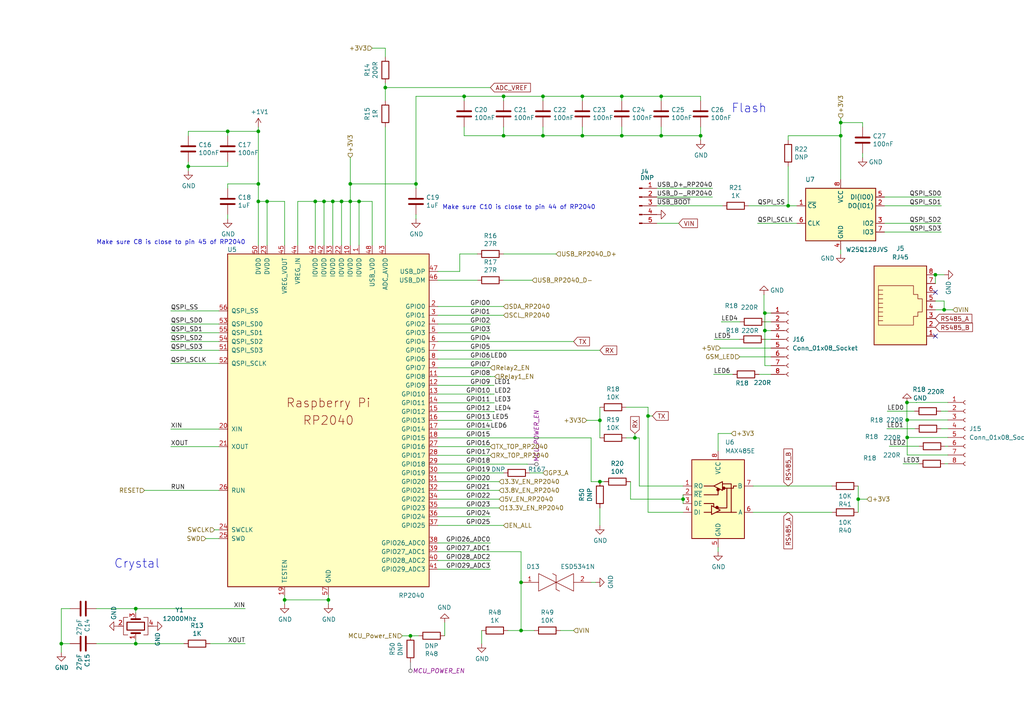
<source format=kicad_sch>
(kicad_sch (version 20230819) (generator eeschema)
  (paper "A4")
  (lib_symbols
    (symbol "Connector:Conn_01x05_Male" (pin_names (offset 1.016) hide)
      (property "Reference" "J" (at 0 7.62 0))
      (property "Value" "Conn_01x05_Male" (at 0 -7.62 0))
      (symbol "Conn_01x05_Male_1_1"
        (pin passive line (at 5.08 5.08 180) (length 3.81) (name "Pin_1") (number "1"))
        (pin passive line (at 5.08 2.54 180) (length 3.81) (name "Pin_2") (number "2"))
        (pin passive line (at 5.08 0 180) (length 3.81) (name "Pin_3") (number "3"))
        (pin passive line (at 5.08 -2.54 180) (length 3.81) (name "Pin_4") (number "4"))
        (pin passive line (at 5.08 -5.08 180) (length 3.81) (name "Pin_5") (number "5"))
      )
    )
    (symbol "Connector:Conn_01x08_Socket" (pin_names (offset 1.016) hide)
      (property "Reference" "J" (at 0 10.16 0))
      (property "Value" "Conn_01x08_Socket" (at 0 -12.7 0))
      (symbol "Conn_01x08_Socket_1_1"
        (pin passive line (at -5.08 7.62 0) (length 3.81) (name "Pin_1") (number "1"))
        (pin passive line (at -5.08 5.08 0) (length 3.81) (name "Pin_2") (number "2"))
        (pin passive line (at -5.08 2.54 0) (length 3.81) (name "Pin_3") (number "3"))
        (pin passive line (at -5.08 0 0) (length 3.81) (name "Pin_4") (number "4"))
        (pin passive line (at -5.08 -2.54 0) (length 3.81) (name "Pin_5") (number "5"))
        (pin passive line (at -5.08 -5.08 0) (length 3.81) (name "Pin_6") (number "6"))
        (pin passive line (at -5.08 -7.62 0) (length 3.81) (name "Pin_7") (number "7"))
        (pin passive line (at -5.08 -10.16 0) (length 3.81) (name "Pin_8") (number "8"))
      )
    )
    (symbol "Connector:RJ45" (pin_names (offset 1.016))
      (property "Reference" "J" (at -5.08 13.97 0))
      (property "Value" "RJ45" (at 2.54 13.97 0))
      (symbol "RJ45_1_1"
        (pin passive line (at 10.16 -7.62 180) (length 2.54) (name "~") (number "1"))
        (pin passive line (at 10.16 -5.08 180) (length 2.54) (name "~") (number "2"))
        (pin passive line (at 10.16 -2.54 180) (length 2.54) (name "~") (number "3"))
        (pin passive line (at 10.16 0 180) (length 2.54) (name "~") (number "4"))
        (pin passive line (at 10.16 2.54 180) (length 2.54) (name "~") (number "5"))
        (pin passive line (at 10.16 5.08 180) (length 2.54) (name "~") (number "6"))
        (pin passive line (at 10.16 7.62 180) (length 2.54) (name "~") (number "7"))
        (pin passive line (at 10.16 10.16 180) (length 2.54) (name "~") (number "8"))
      )
    )
    (symbol "Device:C" (pin_numbers hide) (pin_names (offset 0.254))
      (property "Reference" "C" (at 0.635 2.54 0))
      (property "Value" "C" (at 0.635 -2.54 0))
      (symbol "C_1_1"
        (pin passive line (at 0 3.81 270) (length 2.794) (name "~") (number "1"))
        (pin passive line (at 0 -3.81 90) (length 2.794) (name "~") (number "2"))
      )
    )
    (symbol "Device:Crystal_GND24" (pin_names (offset 1.016) hide)
      (property "Reference" "Y" (at 3.175 5.08 0))
      (property "Value" "Crystal_GND24" (at 3.175 3.175 0))
      (symbol "Crystal_GND24_1_1"
        (pin passive line (at -3.81 0 0) (length 1.27) (name "1") (number "1"))
        (pin passive line (at 0 5.08 270) (length 1.27) (name "2") (number "2"))
        (pin passive line (at 3.81 0 180) (length 1.27) (name "3") (number "3"))
        (pin passive line (at 0 -5.08 90) (length 1.27) (name "4") (number "4"))
      )
    )
    (symbol "Device:R" (pin_numbers hide) (pin_names (offset 0))
      (property "Reference" "R" (at 2.032 0 90))
      (property "Value" "R" (at 0 0 90))
      (symbol "R_1_1"
        (pin passive line (at 0 3.81 270) (length 1.27) (name "~") (number "1"))
        (pin passive line (at 0 -3.81 90) (length 1.27) (name "~") (number "2"))
      )
    )
    (symbol "Interface_UART:MAX485E"
      (property "Reference" "U" (at -6.096 11.43 0))
      (property "Value" "MAX485E" (at 0.762 11.43 0))
      (symbol "MAX485E_1_1"
        (pin output line (at -10.16 2.54 0) (length 2.54) (name "RO") (number "1"))
        (pin input line (at -10.16 0 0) (length 2.54) (name "~{RE}") (number "2"))
        (pin input line (at -10.16 -2.54 0) (length 2.54) (name "DE") (number "3"))
        (pin input line (at -10.16 -5.08 0) (length 2.54) (name "DI") (number "4"))
        (pin power_in line (at 0 -15.24 90) (length 2.54) (name "GND") (number "5"))
        (pin bidirectional line (at 10.16 -5.08 180) (length 2.54) (name "A") (number "6"))
        (pin bidirectional line (at 10.16 2.54 180) (length 2.54) (name "B") (number "7"))
        (pin power_in line (at 0 12.7 270) (length 2.54) (name "VCC") (number "8"))
      )
    )
    (symbol "MCU_RaspberryPi_RP2040:RP2040" (pin_names (offset 1.016))
      (property "Reference" "U" (at -29.21 49.53 0))
      (property "Value" "RP2040" (at 24.13 -49.53 0))
      (symbol "RP2040_0_0"
        (text "Raspberry Pi" (at 0 5.08 0) (effects (font (size 2.54 2.54))))
        (text "RP2040" (at 0 0 0) (effects (font (size 2.54 2.54))))
      )
      (symbol "RP2040_1_1"
        (pin power_in line (at 8.89 50.8 270) (length 2.54) (name "IOVDD") (number "1"))
        (pin power_in line (at 6.35 50.8 270) (length 2.54) (name "IOVDD") (number "10"))
        (pin bidirectional line (at 31.75 12.7 180) (length 2.54) (name "GPIO8") (number "11"))
        (pin bidirectional line (at 31.75 10.16 180) (length 2.54) (name "GPIO9") (number "12"))
        (pin bidirectional line (at 31.75 7.62 180) (length 2.54) (name "GPIO10") (number "13"))
        (pin bidirectional line (at 31.75 5.08 180) (length 2.54) (name "GPIO11") (number "14"))
        (pin bidirectional line (at 31.75 2.54 180) (length 2.54) (name "GPIO12") (number "15"))
        (pin bidirectional line (at 31.75 0 180) (length 2.54) (name "GPIO13") (number "16"))
        (pin bidirectional line (at 31.75 -2.54 180) (length 2.54) (name "GPIO14") (number "17"))
        (pin bidirectional line (at 31.75 -5.08 180) (length 2.54) (name "GPIO15") (number "18"))
        (pin passive line (at -12.7 -50.8 90) (length 2.54) (name "TESTEN") (number "19"))
        (pin bidirectional line (at 31.75 33.02 180) (length 2.54) (name "GPIO0") (number "2"))
        (pin input line (at -31.75 -2.54 0) (length 2.54) (name "XIN") (number "20"))
        (pin passive line (at -31.75 -7.62 0) (length 2.54) (name "XOUT") (number "21"))
        (pin power_in line (at 3.81 50.8 270) (length 2.54) (name "IOVDD") (number "22"))
        (pin power_in line (at -17.78 50.8 270) (length 2.54) (name "DVDD") (number "23"))
        (pin output line (at -31.75 -31.75 0) (length 2.54) (name "SWCLK") (number "24"))
        (pin bidirectional line (at -31.75 -34.29 0) (length 2.54) (name "SWD") (number "25"))
        (pin input line (at -31.75 -20.32 0) (length 2.54) (name "RUN") (number "26"))
        (pin bidirectional line (at 31.75 -7.62 180) (length 2.54) (name "GPIO16") (number "27"))
        (pin bidirectional line (at 31.75 -10.16 180) (length 2.54) (name "GPIO17") (number "28"))
        (pin bidirectional line (at 31.75 -12.7 180) (length 2.54) (name "GPIO18") (number "29"))
        (pin bidirectional line (at 31.75 30.48 180) (length 2.54) (name "GPIO1") (number "3"))
        (pin bidirectional line (at 31.75 -15.24 180) (length 2.54) (name "GPIO19") (number "30"))
        (pin bidirectional line (at 31.75 -17.78 180) (length 2.54) (name "GPIO20") (number "31"))
        (pin bidirectional line (at 31.75 -20.32 180) (length 2.54) (name "GPIO21") (number "32"))
        (pin power_in line (at 1.27 50.8 270) (length 2.54) (name "IOVDD") (number "33"))
        (pin bidirectional line (at 31.75 -22.86 180) (length 2.54) (name "GPIO22") (number "34"))
        (pin bidirectional line (at 31.75 -25.4 180) (length 2.54) (name "GPIO23") (number "35"))
        (pin bidirectional line (at 31.75 -27.94 180) (length 2.54) (name "GPIO24") (number "36"))
        (pin bidirectional line (at 31.75 -30.48 180) (length 2.54) (name "GPIO25") (number "37"))
        (pin bidirectional line (at 31.75 -35.56 180) (length 2.54) (name "GPIO26_ADC0") (number "38"))
        (pin bidirectional line (at 31.75 -38.1 180) (length 2.54) (name "GPIO27_ADC1") (number "39"))
        (pin bidirectional line (at 31.75 27.94 180) (length 2.54) (name "GPIO2") (number "4"))
        (pin bidirectional line (at 31.75 -40.64 180) (length 2.54) (name "GPIO28_ADC2") (number "40"))
        (pin bidirectional line (at 31.75 -43.18 180) (length 2.54) (name "GPIO29_ADC3") (number "41"))
        (pin power_in line (at -1.27 50.8 270) (length 2.54) (name "IOVDD") (number "42"))
        (pin power_in line (at 16.51 50.8 270) (length 2.54) (name "ADC_AVDD") (number "43"))
        (pin power_in line (at -8.89 50.8 270) (length 2.54) (name "VREG_IN") (number "44"))
        (pin power_out line (at -12.7 50.8 270) (length 2.54) (name "VREG_VOUT") (number "45"))
        (pin bidirectional line (at 31.75 40.64 180) (length 2.54) (name "USB_DM") (number "46"))
        (pin bidirectional line (at 31.75 43.18 180) (length 2.54) (name "USB_DP") (number "47"))
        (pin power_in line (at 12.7 50.8 270) (length 2.54) (name "USB_VDD") (number "48"))
        (pin power_in line (at -3.81 50.8 270) (length 2.54) (name "IOVDD") (number "49"))
        (pin bidirectional line (at 31.75 25.4 180) (length 2.54) (name "GPIO3") (number "5"))
        (pin power_in line (at -20.32 50.8 270) (length 2.54) (name "DVDD") (number "50"))
        (pin bidirectional line (at -31.75 20.32 0) (length 2.54) (name "QSPI_SD3") (number "51"))
        (pin output line (at -31.75 16.51 0) (length 2.54) (name "QSPI_SCLK") (number "52"))
        (pin bidirectional line (at -31.75 27.94 0) (length 2.54) (name "QSPI_SD0") (number "53"))
        (pin bidirectional line (at -31.75 22.86 0) (length 2.54) (name "QSPI_SD2") (number "54"))
        (pin bidirectional line (at -31.75 25.4 0) (length 2.54) (name "QSPI_SD1") (number "55"))
        (pin bidirectional line (at -31.75 31.75 0) (length 2.54) (name "QSPI_SS") (number "56"))
        (pin power_in line (at 0 -50.8 90) (length 2.54) (name "GND") (number "57"))
        (pin bidirectional line (at 31.75 22.86 180) (length 2.54) (name "GPIO4") (number "6"))
        (pin bidirectional line (at 31.75 20.32 180) (length 2.54) (name "GPIO5") (number "7"))
        (pin bidirectional line (at 31.75 17.78 180) (length 2.54) (name "GPIO6") (number "8"))
        (pin bidirectional line (at 31.75 15.24 180) (length 2.54) (name "GPIO7") (number "9"))
      )
    )
    (symbol "Memory_Flash:W25Q128JVS"
      (property "Reference" "U" (at -8.89 8.89 0))
      (property "Value" "W25Q128JVS" (at 7.62 8.89 0))
      (symbol "W25Q128JVS_1_1"
        (pin input line (at -12.7 2.54 0) (length 2.54) (name "~{CS}") (number "1"))
        (pin bidirectional line (at 12.7 2.54 180) (length 2.54) (name "DO(IO1)") (number "2"))
        (pin bidirectional line (at 12.7 -2.54 180) (length 2.54) (name "IO2") (number "3"))
        (pin power_in line (at 0 -10.16 90) (length 2.54) (name "GND") (number "4"))
        (pin bidirectional line (at 12.7 5.08 180) (length 2.54) (name "DI(IO0)") (number "5"))
        (pin input line (at -12.7 -2.54 0) (length 2.54) (name "CLK") (number "6"))
        (pin bidirectional line (at 12.7 -5.08 180) (length 2.54) (name "IO3") (number "7"))
        (pin power_in line (at 0 10.16 270) (length 2.54) (name "VCC") (number "8"))
      )
    )
    (symbol "SP0402B-ULC-01ETG:SP0402B-ULC-01ETG" (pin_names (offset 0.762))
      (property "Reference" "D" (at 12.7 8.89 0))
      (property "Value" "SP0402B-ULC-01ETG" (at 12.7 6.35 0))
      (symbol "SP0402B-ULC-01ETG_0_0"
        (pin passive line (at 0 0 0) (length 5.08) (name "~") (number "1"))
        (pin passive line (at 20.32 0 180) (length 5.08) (name "~") (number "2"))
      )
    )
    (symbol "power:+1V1" (power) (pin_names (offset 0))
      (property "Value" "+1V1" (at 0 3.556 0))
      (symbol "+1V1_1_1"
        (pin power_in line (at 0 0 90) (length 0) hide (name "+1V1") (number "1"))
      )
    )
    (symbol "power:GND" (power) (pin_names (offset 0))
      (property "Value" "GND" (at 0 -3.81 0))
      (symbol "GND_1_1"
        (pin power_in line (at 0 0 270) (length 0) hide (name "GND") (number "1"))
      )
    )
  )
  (junction (at 111.76 25.4))
  (junction (at 54.61 48.26))
  (junction (at 221.8396 90.8043))
  (junction (at 271.3007 79.6916))
  (junction (at 39.37 186.69))
  (junction (at 151.13 182.88))
  (junction (at 180.34 27.94))
  (junction (at 101.6 58.42))
  (junction (at 263.1254 126.8876))
  (junction (at 273.8407 89.8516))
  (junction (at 95.25 173.99))
  (junction (at 74.93 58.42))
  (junction (at 180.34 39.37))
  (junction (at 221.8396 95.8843))
  (junction (at 263.1254 121.8163))
  (junction (at 17.78 186.69))
  (junction (at 173.99 139.7))
  (junction (at 263.0568 116.7363))
  (junction (at 104.14 58.42))
  (junction (at 187.96 120.65))
  (junction (at 248.92 144.78))
  (junction (at 39.37 176.53))
  (junction (at 93.98 58.42))
  (junction (at 151.13 168.91))
  (junction (at 96.52 58.42))
  (junction (at 82.55 173.99))
  (junction (at 74.93 38.1))
  (junction (at 91.44 58.42))
  (junction (at 168.91 39.37))
  (junction (at 101.6 53.34))
  (junction (at 198.12 144.78))
  (junction (at 134.62 27.94))
  (junction (at 157.48 27.94))
  (junction (at 228.6 59.69))
  (junction (at 66.04 38.1))
  (junction (at 74.93 53.34))
  (junction (at 99.06 58.42))
  (junction (at 191.77 39.37))
  (junction (at 173.99 121.92))
  (junction (at 120.65 53.34))
  (junction (at 191.77 27.94))
  (junction (at 168.91 27.94))
  (junction (at 77.47 58.42))
  (junction (at 119.0481 184.4174))
  (junction (at 146.05 27.94))
  (junction (at 157.48 39.37))
  (junction (at 184.15 127))
  (junction (at 243.84 39.37))
  (junction (at 243.84 35.56))
  (junction (at 203.2 39.37))
  (junction (at 146.05 39.37))
  (no_connect (at 271.3007 97.4716))
  (no_connect (at 271.3007 84.7716))
  (wire (pts (xy 111.76 36.83) (xy 111.76 71.12)))
  (wire (pts (xy 49.53 124.46) (xy 63.5 124.46)))
  (wire (pts (xy 59.69 156.21) (xy 63.5 156.21)))
  (wire (pts (xy 191.77 39.37) (xy 203.2 39.37)))
  (wire (pts (xy 66.04 53.34) (xy 74.93 53.34)))
  (wire (pts (xy 127 160.02) (xy 151.13 160.02)))
  (wire (pts (xy 191.77 27.94) (xy 203.2 27.94)))
  (wire (pts (xy 143.1694 119.3787) (xy 143.1694 119.38)))
  (wire (pts (xy 101.6 58.42) (xy 104.14 58.42)))
  (wire (pts (xy 180.34 27.94) (xy 191.77 27.94)))
  (wire (pts (xy 142.24 114.3018) (xy 142.24 114.3)))
  (wire (pts (xy 143.4165 119.3774) (xy 143.4234 119.3787)))
  (wire (pts (xy 221.8396 90.8043) (xy 221.8396 95.8843)))
  (wire (pts (xy 142.24 109.2128) (xy 142.24 109.22)))
  (wire (pts (xy 82.55 173.99) (xy 95.25 173.99)))
  (wire (pts (xy 142.24 116.8403) (xy 142.24 116.84)))
  (wire (pts (xy 143.3631 116.8403) (xy 142.24 116.8403)))
  (wire (pts (xy 180.34 39.37) (xy 168.91 39.37)))
  (wire (pts (xy 127 149.86) (xy 142.24 149.86)))
  (wire (pts (xy 39.37 186.69) (xy 53.34 186.69)))
  (wire (pts (xy 142.6874 121.92) (xy 127 121.92)))
  (wire (pts (xy 191.77 29.21) (xy 191.77 27.94)))
  (wire (pts (xy 86.36 58.42) (xy 91.44 58.42)))
  (wire (pts (xy 116.6774 184.4174) (xy 119.0481 184.4174)))
  (wire (pts (xy 146.05 27.94) (xy 157.48 27.94)))
  (wire (pts (xy 207.0067 108.5843) (xy 212.5516 108.5843)))
  (wire (pts (xy 54.61 46.99) (xy 54.61 48.26)))
  (wire (pts (xy 228.6 48.26) (xy 228.6 59.69)))
  (wire (pts (xy 127 142.24) (xy 144.78 142.24)))
  (wire (pts (xy 127 104.14) (xy 142.24 104.14)))
  (wire (pts (xy 95.25 173.99) (xy 95.25 175.26)))
  (wire (pts (xy 111.76 13.97) (xy 107.95 13.97)))
  (wire (pts (xy 271.3007 79.6916) (xy 271.3007 82.2316)))
  (wire (pts (xy 184.15 125.73) (xy 184.15 127)))
  (wire (pts (xy 272.8769 119.2612) (xy 274.3404 119.2612)))
  (wire (pts (xy 185.42 140.97) (xy 185.42 127)))
  (wire (pts (xy 127 106.68) (xy 142.24 106.68)))
  (wire (pts (xy 27.94 176.53) (xy 39.37 176.53)))
  (wire (pts (xy 120.65 27.94) (xy 120.65 53.34)))
  (wire (pts (xy 143.3159 111.7647) (xy 142.24 111.7647)))
  (wire (pts (xy 101.6 53.34) (xy 101.6 58.42)))
  (wire (pts (xy 153.67 137.16) (xy 157.48 137.16)))
  (wire (pts (xy 208.9282 100.9521) (xy 208.9282 100.9643)))
  (wire (pts (xy 274.9191 116.7276) (xy 265.8174 116.7276)))
  (wire (pts (xy 60.96 186.69) (xy 71.12 186.69)))
  (wire (pts (xy 274.137 129.4276) (xy 274.9191 129.4276)))
  (wire (pts (xy 127 96.52) (xy 142.24 96.52)))
  (wire (pts (xy 207.1393 98.4253) (xy 207.1393 98.4243)))
  (wire (pts (xy 93.98 58.42) (xy 96.52 58.42)))
  (wire (pts (xy 223.6347 95.8843) (xy 221.8396 95.8843)))
  (wire (pts (xy 212.09 125.73) (xy 208.28 125.73)))
  (wire (pts (xy 157.48 27.94) (xy 168.91 27.94)))
  (wire (pts (xy 248.92 144.78) (xy 248.92 148.59)))
  (wire (pts (xy 66.04 54.61) (xy 66.04 53.34)))
  (wire (pts (xy 74.93 53.34) (xy 74.93 58.42)))
  (wire (pts (xy 20.32 176.53) (xy 17.78 176.53)))
  (wire (pts (xy 273.8407 89.8516) (xy 271.3007 89.8516)))
  (wire (pts (xy 203.2 36.83) (xy 203.2 39.37)))
  (wire (pts (xy 99.06 71.12) (xy 99.06 58.42)))
  (wire (pts (xy 142.24 124.4539) (xy 142.24 124.46)))
  (wire (pts (xy 127 144.78) (xy 144.78 144.78)))
  (wire (pts (xy 263.0381 116.7363) (xy 263.0381 121.8163)))
  (wire (pts (xy 127 127) (xy 171.45 127)))
  (wire (pts (xy 180.34 29.21) (xy 180.34 27.94)))
  (wire (pts (xy 171.45 139.7) (xy 173.99 139.7)))
  (wire (pts (xy 146.05 39.37) (xy 134.62 39.37)))
  (wire (pts (xy 221.8396 95.8843) (xy 221.8396 106.0443)))
  (wire (pts (xy 111.76 16.51) (xy 111.76 13.97)))
  (wire (pts (xy 221.8396 106.0443) (xy 223.6347 106.0443)))
  (wire (pts (xy 143.1694 119.38) (xy 127 119.38)))
  (wire (pts (xy 63.5 90.17) (xy 49.53 90.17)))
  (wire (pts (xy 274.9191 131.9676) (xy 263.1254 131.9676)))
  (wire (pts (xy 111.76 25.4) (xy 142.24 25.4)))
  (wire (pts (xy 207.0067 108.5876) (xy 207.0067 108.5843)))
  (wire (pts (xy 111.76 25.4) (xy 111.76 24.13)))
  (wire (pts (xy 198.12 144.78) (xy 198.12 146.05)))
  (wire (pts (xy 273.8407 89.8516) (xy 276.3807 89.8516)))
  (wire (pts (xy 222.2145 93.3443) (xy 223.6347 93.3443)))
  (wire (pts (xy 208.28 158.75) (xy 208.28 160.02)))
  (wire (pts (xy 209.4507 93.3443) (xy 214.5945 93.3443)))
  (wire (pts (xy 66.04 39.37) (xy 66.04 38.1)))
  (wire (pts (xy 77.47 58.42) (xy 74.93 58.42)))
  (wire (pts (xy 146.05 36.83) (xy 146.05 39.37)))
  (wire (pts (xy 49.53 96.52) (xy 63.5 96.52)))
  (wire (pts (xy 256.54 67.31) (xy 273.05 67.31)))
  (wire (pts (xy 203.2 39.37) (xy 203.2 40.64)))
  (wire (pts (xy 134.62 27.94) (xy 146.05 27.94)))
  (wire (pts (xy 127 81.28) (xy 138.43 81.28)))
  (wire (pts (xy 74.93 58.42) (xy 74.93 71.12)))
  (wire (pts (xy 274.3404 119.2676) (xy 274.9191 119.2676)))
  (wire (pts (xy 127 114.3) (xy 142.24 114.3)))
  (wire (pts (xy 127 162.56) (xy 142.24 162.56)))
  (wire (pts (xy 127 147.32) (xy 144.78 147.32)))
  (wire (pts (xy 180.34 36.83) (xy 180.34 39.37)))
  (wire (pts (xy 107.95 71.12) (xy 107.95 58.42)))
  (wire (pts (xy 134.62 27.94) (xy 120.65 27.94)))
  (wire (pts (xy 168.91 29.21) (xy 168.91 27.94)))
  (wire (pts (xy 146.05 73.66) (xy 161.29 73.66)))
  (wire (pts (xy 203.2 29.21) (xy 203.2 27.94)))
  (wire (pts (xy 221.586 85.4822) (xy 221.586 90.8043)))
  (wire (pts (xy 120.65 62.23) (xy 120.65 63.5)))
  (wire (pts (xy 101.6 53.34) (xy 101.6 45.72)))
  (wire (pts (xy 49.53 101.6) (xy 63.5 101.6)))
  (wire (pts (xy 218.44 140.97) (xy 241.3 140.97)))
  (wire (pts (xy 120.2138 184.4174) (xy 120.2138 184.3979)))
  (wire (pts (xy 184.15 127) (xy 181.61 127)))
  (wire (pts (xy 77.47 71.12) (xy 77.47 58.42)))
  (wire (pts (xy 209.55 59.69) (xy 190.5 59.69)))
  (wire (pts (xy 20.32 186.69) (xy 17.78 186.69)))
  (wire (pts (xy 120.2138 184.3979) (xy 121.3665 184.3979)))
  (wire (pts (xy 127 99.06) (xy 166.37 99.06)))
  (wire (pts (xy 49.53 99.06) (xy 63.5 99.06)))
  (wire (pts (xy 152.8037 134.62) (xy 127 134.62)))
  (wire (pts (xy 127 91.44) (xy 146.05 91.44)))
  (wire (pts (xy 166.37 182.88) (xy 162.56 182.88)))
  (wire (pts (xy 127 88.9) (xy 146.05 88.9)))
  (wire (pts (xy 82.55 71.12) (xy 82.55 58.42)))
  (wire (pts (xy 208.9282 100.9643) (xy 223.6347 100.9643)))
  (wire (pts (xy 101.6 53.34) (xy 120.65 53.34)))
  (wire (pts (xy 191.77 36.83) (xy 191.77 39.37)))
  (wire (pts (xy 223.6347 90.8043) (xy 221.8396 90.8043)))
  (wire (pts (xy 228.6 39.37) (xy 243.84 39.37)))
  (wire (pts (xy 187.96 120.65) (xy 189.23 120.65)))
  (wire (pts (xy 173.99 121.92) (xy 173.99 127)))
  (wire (pts (xy 265.8174 116.7363) (xy 263.0568 116.7363)))
  (wire (pts (xy 147.32 182.88) (xy 151.13 182.88)))
  (wire (pts (xy 214.5582 103.477) (xy 214.5582 103.5043)))
  (wire (pts (xy 104.14 58.42) (xy 104.14 71.12)))
  (wire (pts (xy 217.17 59.69) (xy 228.6 59.69)))
  (wire (pts (xy 263.1254 121.8163) (xy 263.1254 126.8876)))
  (wire (pts (xy 63.5 129.54) (xy 49.53 129.54)))
  (wire (pts (xy 257.3361 119.2612) (xy 265.2569 119.2612)))
  (wire (pts (xy 104.14 58.42) (xy 107.95 58.42)))
  (wire (pts (xy 190.5 54.61) (xy 206.6838 54.61)))
  (wire (pts (xy 111.76 25.4) (xy 111.76 29.21)))
  (wire (pts (xy 263.0568 116.7363) (xy 263.0381 116.7363)))
  (wire (pts (xy 86.36 71.12) (xy 86.36 58.42)))
  (wire (pts (xy 74.93 36.83) (xy 74.93 38.1)))
  (wire (pts (xy 142.24 111.7647) (xy 142.24 111.76)))
  (wire (pts (xy 198.12 140.97) (xy 185.42 140.97)))
  (wire (pts (xy 243.84 39.37) (xy 243.84 52.07)))
  (wire (pts (xy 172.72 168.91) (xy 171.45 168.91)))
  (wire (pts (xy 127 116.84) (xy 142.24 116.84)))
  (wire (pts (xy 54.61 48.26) (xy 54.61 49.53)))
  (wire (pts (xy 187.96 120.65) (xy 187.96 118.11)))
  (wire (pts (xy 74.93 38.1) (xy 74.93 53.34)))
  (wire (pts (xy 187.96 118.11) (xy 181.61 118.11)))
  (wire (pts (xy 272.9551 124.3476) (xy 274.9191 124.3476)))
  (wire (pts (xy 198.12 148.59) (xy 187.96 148.59)))
  (wire (pts (xy 151.13 168.91) (xy 151.13 182.88)))
  (wire (pts (xy 170.18 121.92) (xy 173.99 121.92)))
  (wire (pts (xy 273.8407 87.3116) (xy 271.3007 87.3116)))
  (wire (pts (xy 173.99 139.7) (xy 175.26 139.7)))
  (wire (pts (xy 127 139.7) (xy 144.78 139.7)))
  (wire (pts (xy 133.35 73.66) (xy 138.43 73.66)))
  (wire (pts (xy 82.55 172.72) (xy 82.55 173.99)))
  (wire (pts (xy 221.586 90.8043) (xy 221.8396 90.8043)))
  (wire (pts (xy 82.55 173.99) (xy 82.55 175.26)))
  (wire (pts (xy 17.78 186.69) (xy 17.78 189.23)))
  (wire (pts (xy 182.88 144.78) (xy 182.88 139.7)))
  (wire (pts (xy 127 132.08) (xy 142.24 132.08)))
  (wire (pts (xy 127 157.48) (xy 142.24 157.48)))
  (wire (pts (xy 187.96 148.59) (xy 187.96 120.65)))
  (wire (pts (xy 152.8037 134.6338) (xy 152.8037 134.62)))
  (wire (pts (xy 134.62 36.83) (xy 134.62 39.37)))
  (wire (pts (xy 143.3693 114.3018) (xy 142.24 114.3018)))
  (wire (pts (xy 146.05 29.21) (xy 146.05 27.94)))
  (wire (pts (xy 139.7 186.69) (xy 139.7 182.88)))
  (wire (pts (xy 63.5 105.41) (xy 49.53 105.41)))
  (wire (pts (xy 27.94 186.69) (xy 39.37 186.69)))
  (wire (pts (xy 95.25 172.72) (xy 95.25 173.99)))
  (wire (pts (xy 17.78 176.53) (xy 17.78 186.69)))
  (wire (pts (xy 191.77 39.37) (xy 180.34 39.37)))
  (wire (pts (xy 99.06 58.42) (xy 101.6 58.42)))
  (wire (pts (xy 185.42 127) (xy 184.15 127)))
  (wire (pts (xy 66.04 38.1) (xy 74.93 38.1)))
  (wire (pts (xy 198.12 144.78) (xy 182.88 144.78)))
  (wire (pts (xy 228.6 40.64) (xy 228.6 39.37)))
  (wire (pts (xy 256.54 59.69) (xy 273.05 59.69)))
  (wire (pts (xy 127 152.4) (xy 146.05 152.4)))
  (wire (pts (xy 96.52 71.12) (xy 96.52 58.42)))
  (wire (pts (xy 250.19 44.45) (xy 250.19 45.72)))
  (wire (pts (xy 133.35 73.66) (xy 133.35 78.74)))
  (wire (pts (xy 256.54 57.15) (xy 273.05 57.15)))
  (wire (pts (xy 248.92 140.97) (xy 248.92 144.78)))
  (wire (pts (xy 261.92 134.5076) (xy 266.4376 134.5076)))
  (wire (pts (xy 41.91 142.24) (xy 63.5 142.24)))
  (wire (pts (xy 173.99 152.4) (xy 173.99 147.32)))
  (wire (pts (xy 152.8037 134.6338) (xy 153.0577 134.6338)))
  (wire (pts (xy 263.1254 126.8876) (xy 263.1254 131.9676)))
  (wire (pts (xy 128.9865 180.5879) (xy 128.9865 184.3979)))
  (wire (pts (xy 273.8407 89.8516) (xy 273.8407 87.3116)))
  (wire (pts (xy 127 93.98) (xy 142.24 93.98)))
  (wire (pts (xy 134.62 29.21) (xy 134.62 27.94)))
  (wire (pts (xy 49.53 93.98) (xy 63.5 93.98)))
  (wire (pts (xy 274.0576 134.5076) (xy 274.9191 134.5076)))
  (wire (pts (xy 273.8407 79.6916) (xy 271.3007 79.6916)))
  (wire (pts (xy 257.238 124.3476) (xy 265.3351 124.3476)))
  (wire (pts (xy 127 109.22) (xy 142.24 109.22)))
  (wire (pts (xy 157.48 39.37) (xy 146.05 39.37)))
  (wire (pts (xy 257.9018 129.4276) (xy 266.517 129.4276)))
  (wire (pts (xy 54.61 38.1) (xy 66.04 38.1)))
  (wire (pts (xy 157.48 36.83) (xy 157.48 39.37)))
  (wire (pts (xy 127 129.54) (xy 142.24 129.54)))
  (wire (pts (xy 119.0481 184.4174) (xy 120.2138 184.4174)))
  (wire (pts (xy 54.61 48.26) (xy 66.04 48.26)))
  (wire (pts (xy 127 111.76) (xy 142.24 111.76)))
  (wire (pts (xy 91.44 71.12) (xy 91.44 58.42)))
  (wire (pts (xy 93.98 71.12) (xy 93.98 58.42)))
  (wire (pts (xy 62.23 153.67) (xy 63.5 153.67)))
  (wire (pts (xy 243.84 35.56) (xy 243.84 39.37)))
  (wire (pts (xy 82.55 58.42) (xy 77.47 58.42)))
  (wire (pts (xy 173.99 118.11) (xy 173.99 121.92)))
  (wire (pts (xy 127 78.74) (xy 133.35 78.74)))
  (wire (pts (xy 171.45 139.7) (xy 171.45 127)))
  (wire (pts (xy 143.4918 109.2128) (xy 142.24 109.2128)))
  (wire (pts (xy 274.9191 126.8876) (xy 263.1254 126.8876)))
  (wire (pts (xy 168.91 39.37) (xy 157.48 39.37)))
  (wire (pts (xy 66.04 48.26) (xy 66.04 46.99)))
  (wire (pts (xy 222.0746 98.4243) (xy 223.6347 98.4243)))
  (wire (pts (xy 243.84 34.29) (xy 243.84 35.56)))
  (wire (pts (xy 219.71 64.77) (xy 231.14 64.77)))
  (wire (pts (xy 127 124.46) (xy 142.24 124.46)))
  (wire (pts (xy 228.6 59.69) (xy 231.14 59.69)))
  (wire (pts (xy 243.84 72.39) (xy 243.84 73.66)))
  (wire (pts (xy 250.19 36.83) (xy 250.19 35.56)))
  (wire (pts (xy 274.3404 119.2612) (xy 274.3404 119.2676)))
  (wire (pts (xy 196.85 64.77) (xy 190.5 64.77)))
  (wire (pts (xy 151.13 182.88) (xy 154.94 182.88)))
  (wire (pts (xy 207.1393 98.4243) (xy 214.4546 98.4243)))
  (wire (pts (xy 66.04 62.23) (xy 66.04 63.5)))
  (wire (pts (xy 263.0381 121.8163) (xy 263.1254 121.8163)))
  (wire (pts (xy 263.1254 121.8076) (xy 263.1254 121.8163)))
  (wire (pts (xy 220.1716 108.5843) (xy 223.6347 108.5843)))
  (wire (pts (xy 265.8174 116.7276) (xy 265.8174 116.7363)))
  (wire (pts (xy 218.44 148.59) (xy 241.3 148.59)))
  (wire (pts (xy 39.37 177.8) (xy 39.37 176.53)))
  (wire (pts (xy 101.6 71.12) (xy 101.6 58.42)))
  (wire (pts (xy 39.37 176.53) (xy 71.12 176.53)))
  (wire (pts (xy 263.1254 121.8076) (xy 274.9191 121.8076)))
  (wire (pts (xy 39.37 185.42) (xy 39.37 186.69)))
  (wire (pts (xy 143.1694 119.3787) (xy 143.4165 119.3774)))
  (wire (pts (xy 214.5582 103.5043) (xy 223.6347 103.5043)))
  (wire (pts (xy 256.54 64.77) (xy 273.05 64.77)))
  (wire (pts (xy 198.12 143.51) (xy 198.12 144.78)))
  (wire (pts (xy 146.05 81.28) (xy 154.3348 81.28)))
  (wire (pts (xy 120.65 54.61) (xy 120.65 53.34)))
  (wire (pts (xy 251.46 144.78) (xy 248.92 144.78)))
  (wire (pts (xy 127 165.1) (xy 142.24 165.1)))
  (wire (pts (xy 168.91 27.94) (xy 180.34 27.94)))
  (wire (pts (xy 209.4507 93.3472) (xy 209.4507 93.3443)))
  (wire (pts (xy 91.44 58.42) (xy 93.98 58.42)))
  (wire (pts (xy 127 101.6) (xy 173.99 101.6)))
  (wire (pts (xy 96.52 58.42) (xy 99.06 58.42)))
  (wire (pts (xy 250.19 35.56) (xy 243.84 35.56)))
  (wire (pts (xy 157.48 29.21) (xy 157.48 27.94)))
  (wire (pts (xy 190.5 57.15) (xy 206.6613 57.15)))
  (wire (pts (xy 168.91 36.83) (xy 168.91 39.37)))
  (wire (pts (xy 54.61 39.37) (xy 54.61 38.1)))
  (wire (pts (xy 208.28 125.73) (xy 208.28 130.81)))
  (wire (pts (xy 209.1967 93.3472) (xy 209.4507 93.3472)))
  (wire (pts (xy 151.13 160.02) (xy 151.13 168.91)))
  (wire (pts (xy 127 137.16) (xy 146.05 137.16)))
  (text "Make sure C8 is close to pin 45 of RP2040" (at 27.94 71.12 0) (effects (font (size 1.27 1.27)) (justify left bottom)))
  (text "Make sure C10 is close to pin 44 of RP2040" (at 128.27 60.96 0) (effects (font (size 1.27 1.27)) (justify left bottom)))
  (text "Flash" (at 212.09 33.02 0) (effects (font (size 2.54 2.54)) (justify left bottom)))
  (text "Crystal" (at 33.02 165.1 0) (effects (font (size 2.54 2.54)) (justify left bottom)))
  (label "LED3" (at 261.92 134.5076 0))
  (label "GPIO22" (at 142.24 144.78 180))
  (label "GPIO17" (at 142.24 132.08 180))
  (label "GPIO9" (at 142.24 111.7647 180))
  (label "XIN" (at 71.12 176.53 180))
  (label "LED3" (at 143.3631 116.8403 0))
  (label "GPIO5" (at 142.24 101.6 180))
  (label "GPIO15" (at 142.24 127 180))
  (label "LED4" (at 143.4234 119.3787 0))
  (label "QSPI_SD0" (at 49.53 93.98 0))
  (label "GPIO18" (at 142.24 134.62 180))
  (label "LED2" (at 143.3693 114.3018 0))
  (label "GPIO26_ADC0" (at 142.24 157.48 180))
  (label "GPIO24" (at 142.24 149.86 180))
  (label "QSPI_SD2" (at 49.53 99.06 0))
  (label "GPIO27_ADC1" (at 142.24 160.02 180))
  (label "QSPI_SCLK" (at 219.71 64.77 0))
  (label "LED6" (at 142.24 124.46 0))
  (label "GPIO7" (at 142.24 106.68 180))
  (label "GPIO14" (at 142.24 124.4539 180))
  (label "GPIO3" (at 142.24 96.52 180))
  (label "LED0" (at 142.24 104.14 0))
  (label "GPIO0" (at 142.24 88.9 180))
  (label "LED1" (at 257.238 124.3476 0))
  (label "QSPI_SD3" (at 273.05 67.31 180))
  (label "GPIO11" (at 142.24 116.8403 180))
  (label "LED6" (at 207.0067 108.5876 0))
  (label "QSPI_SD0" (at 273.05 57.15 180))
  (label "USB_D-_RP2040" (at 206.6613 57.15 180))
  (label "GPIO4" (at 142.24 99.06 180))
  (label "LED5" (at 142.6874 121.92 0))
  (label "GPIO20" (at 142.24 139.7 180))
  (label "~{USB_BOOT}" (at 190.5 59.69 0))
  (label "GPIO13" (at 142.24 121.92 180))
  (label "LED0" (at 257.3361 119.2612 0))
  (label "GPIO12" (at 142.24 119.38 180))
  (label "GPIO6" (at 142.24 104.14 180))
  (label "LED5" (at 207.1393 98.4253 0))
  (label "GPIO29_ADC3" (at 142.24 165.1 180))
  (label "GPIO1" (at 142.24 91.44 180))
  (label "GPIO28_ADC2" (at 142.24 162.56 180))
  (label "QSPI_SCLK" (at 49.53 105.41 0))
  (label "QSPI_SS" (at 49.53 90.17 0))
  (label "GPIO23" (at 142.24 147.32 180))
  (label "QSPI_SD3" (at 49.53 101.6 0))
  (label "USB_D+_RP2040" (at 206.6838 54.61 180))
  (label "LED2" (at 257.9018 129.4276 0))
  (label "LED1" (at 143.3159 111.7647 0))
  (label "RUN" (at 49.53 142.24 0))
  (label "GPIO19" (at 142.24 137.16 180))
  (label "GPIO10" (at 142.24 114.3 180))
  (label "QSPI_SD1" (at 273.05 59.69 180))
  (label "QSPI_SD2" (at 273.05 64.77 180))
  (label "GPIO16" (at 142.24 129.54 180))
  (label "XOUT" (at 49.53 129.54 0))
  (label "QSPI_SD1" (at 49.53 96.52 0))
  (label "GPIO8" (at 142.24 109.2128 180))
  (label "XOUT" (at 71.12 186.69 180))
  (label "GPIO25" (at 142.24 152.4 180))
  (label "QSPI_SS" (at 219.71 59.69 0))
  (label "XIN" (at 49.53 124.46 0))
  (label "LED4" (at 209.1967 93.3472 0))
  (label "GPIO21" (at 142.24 142.24 180))
  (label "GPIO2" (at 142.24 93.98 180))
  (global_label "RS485_B" (shape input) (at 271.3007 94.9316 0) (property "Intersheetrefs" "${INTERSHEET_REFS}" (effects hide)))
  (global_label "ADC_VREF" (shape input) (at 142.24 25.4 0) (property "Intersheetrefs" "${INTERSHEET_REFS}" (effects hide)))
  (global_label "RS485_A" (shape input) (at 228.6 148.59 270) (property "Intersheetrefs" "${INTERSHEET_REFS}" (effects hide)))
  (global_label "RX" (shape input) (at 173.99 101.6 0) (property "Intersheetrefs" "${INTERSHEET_REFS}" (effects hide)))
  (global_label "RS485_B" (shape input) (at 228.6 140.97 90) (property "Intersheetrefs" "${INTERSHEET_REFS}" (effects hide)))
  (global_label "TX" (shape input) (at 189.23 120.65 0) (property "Intersheetrefs" "${INTERSHEET_REFS}" (effects hide)))
  (global_label "RX" (shape input) (at 184.15 125.73 90) (property "Intersheetrefs" "${INTERSHEET_REFS}" (effects hide)))
  (global_label "VIN" (shape input) (at 196.85 64.77 0) (property "Intersheetrefs" "${INTERSHEET_REFS}" (effects hide)))
  (global_label "TX" (shape input) (at 166.37 99.06 0) (property "Intersheetrefs" "${INTERSHEET_REFS}" (effects hide)))
  (global_label "RS485_A" (shape input) (at 271.3007 92.3916 0) (property "Intersheetrefs" "${INTERSHEET_REFS}" (effects hide)))
  (hierarchical_label "GP3_A" (shape input) (at 157.48 137.16 0))
  (hierarchical_label "EN_ALL" (shape input) (at 146.05 152.4 0))
  (hierarchical_label "+3V3" (shape input) (at 101.6 45.72 90))
  (hierarchical_label "+3V3" (shape input) (at 212.09 125.73 0))
  (hierarchical_label "MCU_Power_EN" (shape input) (at 116.6774 184.4174 180))
  (hierarchical_label "SCL_RP2040" (shape input) (at 146.05 91.44 0))
  (hierarchical_label "+3V3" (shape input) (at 107.95 13.97 180))
  (hierarchical_label "SDA_RP2040" (shape input) (at 146.05 88.9 0))
  (hierarchical_label "VIN" (shape input) (at 276.3807 89.8516 0))
  (hierarchical_label "SWCLK" (shape input) (at 62.23 153.67 180))
  (hierarchical_label "USB_RP2040_D-" (shape input) (at 154.3348 81.28 0))
  (hierarchical_label "Relay2_EN" (shape input) (at 142.24 106.68 0))
  (hierarchical_label "VIN" (shape input) (at 166.37 182.88 0))
  (hierarchical_label "RX_TOP_RP2040" (shape input) (at 142.24 132.08 0))
  (hierarchical_label "5V_EN_RP2040" (shape input) (at 144.78 144.78 0))
  (hierarchical_label "+3V3" (shape input) (at 170.18 121.92 180))
  (hierarchical_label "13.3V_EN_RP2040" (shape input) (at 144.78 147.32 0))
  (hierarchical_label "USB_RP2040_D+" (shape input) (at 161.29 73.66 0))
  (hierarchical_label "3.3V_EN_RP2040" (shape input) (at 144.78 139.7 0))
  (hierarchical_label "3.8V_EN_RP2040" (shape input) (at 144.78 142.24 0))
  (hierarchical_label "+3V3" (shape input) (at 251.46 144.78 0))
  (hierarchical_label "TX_TOP_RP2040" (shape input) (at 142.24 129.54 0))
  (hierarchical_label "SWD" (shape input) (at 59.69 156.21 180))
  (hierarchical_label "GSM_LED" (shape input) (at 214.5582 103.477 180))
  (hierarchical_label "+5V" (shape input) (at 208.9282 100.9521 180))
  (hierarchical_label "+3V3" (shape input) (at 243.84 34.29 90))
  (hierarchical_label "RESET" (shape input) (at 41.91 142.24 180))
  (hierarchical_label "Relay1_EN" (shape input) (at 143.4918 109.2128 0))
  (netclass_flag "" (length 2.54) (shape round) (at 153.0577 134.6338 270) (property "Netclass" "MCU_POWER_EN" (at 155.5977 134.0242 90) (effects (font italic) (justify left))))
  (netclass_flag "" (length 2.54) (shape round) (at 119.0481 192.0374 180) (property "Netclass" "MCU_POWER_EN" (at 119.6577 194.5774 0) (effects (font italic) (justify left))))
  (symbol (lib_id "Device:R") (at 57.15 186.69 270) (unit 1)
    (property "Reference" "R13" (at 57.15 181.4322 90))
    (property "Value" "1K" (at 57.15 183.7436 90))
    (property "Footprint" "Resistor_SMD:R_0603_1608Metric" (effects hide))
  )
  (symbol (lib_id "Device:C") (at 24.13 186.69 270) (unit 1)
    (property "Reference" "C15" (at 25.2984 189.611 0) (effects (justify left)))
    (property "Value" "27pF" (at 22.987 189.611 0) (effects (justify left)))
    (property "Footprint" "Capacitor_SMD:C_0603_1608Metric" (effects hide))
  )
  (symbol (lib_id "Device:C") (at 24.13 176.53 270) (unit 1)
    (property "Reference" "C14" (at 25.2984 179.451 0) (effects (justify left)))
    (property "Value" "27pF" (at 22.987 179.451 0) (effects (justify left)))
    (property "Footprint" "Capacitor_SMD:C_0603_1608Metric" (effects hide))
  )
  (symbol (lib_id "Device:C") (at 191.77 33.02 0) (unit 1)
    (property "Reference" "C25" (at 194.691 31.8516 0) (effects (justify left)))
    (property "Value" "100nF" (at 194.691 34.163 0) (effects (justify left)))
    (property "Footprint" "Capacitor_SMD:C_0402_1005Metric" (effects hide))
  )
  (symbol (lib_id "Device:R") (at 269.1451 124.3476 90) (unit 1)
    (property "Reference" "R18" (at 254.2422 121.851 90))
    (property "Value" "220R" (at 259.5396 121.8334 90))
    (property "Footprint" "Resistor_SMD:R_0603_1608Metric" (effects hide))
  )
  (symbol (lib_id "Device:R") (at 270.2476 134.5076 90) (unit 1)
    (property "Reference" "R18" (at 252.2744 132.8663 90))
    (property "Value" "220R" (at 258.6591 132.0151 90))
    (property "Footprint" "Resistor_SMD:R_0603_1608Metric" (effects hide))
  )
  (symbol (lib_id "power:GND") (at 17.78 189.23 0) (unit 1)
    (property "Reference" "#PWR0135" (effects hide))
    (property "Value" "GND" (at 17.907 193.6242 0))
  )
  (symbol (lib_id "Device:R") (at 142.24 73.66 270) (unit 1)
    (property "Reference" "R16" (at 142.24 68.4022 90))
    (property "Value" "27R" (at 142.24 70.7136 90))
    (property "Footprint" "Resistor_SMD:R_0603_1608Metric" (effects hide))
  )
  (symbol (lib_id "SP0402B-ULC-01ETG:SP0402B-ULC-01ETG") (at 151.13 168.91 0) (unit 1)
    (property "Reference" "D13" (at 152.654 164.338 0) (effects (justify left)))
    (property "Value" "ESD5341N" (at 162.56 164.338 0) (effects (justify left)))
    (property "Footprint" "ESD5341N:ESD5341N" (effects hide))
    (property "Datasheet" "https://www.mouser.com/datasheet/2/240/Littelfuse_TVS_Diode_Array_Ultra_Low_Capacitance_D-1021420.pdf" (effects hide))
    (property "Description" "ESD Suppressors / TVS Diodes 5V .13pF 20kV" (effects hide))
    (property "Manufacturer_Name" "LITTELFUSE" (effects hide))
    (property "Manufacturer_Part_Number" "SP0402B-ULC-01ETG" (effects hide))
    (property "Mouser Part Number" "576-SP0402BULC-01ETG" (effects hide))
    (property "Mouser Price/Stock" "https://www.mouser.co.uk/ProductDetail/Littelfuse/SP0402B-ULC-01ETG?qs=lM4gFlnEeENx4cnTNlk34g%3D%3D" (effects hide))
    (property "Arrow Part Number" "SP0402B-ULC-01ETG" (effects hide))
    (property "Arrow Price/Stock" "https://www.arrow.com/en/products/sp0402b-ulc-01etg/littelfuse?region=nac" (effects hide))
    (instances (project "RP2040_minimal" (path "" (reference "D13") (unit 1)) (path "" (reference "D30") (unit 1))))
  )
  (symbol (lib_id "Device:R") (at 216.3616 108.5843 90) (unit 1)
    (property "Reference" "R18" (at 215.2391 111.1275 90))
    (property "Value" "220R" (at 221.1324 110.998 90))
    (property "Footprint" "Resistor_SMD:R_0603_1608Metric" (effects hide))
  )
  (symbol (lib_id "Device:C") (at 120.65 58.42 0) (unit 1)
    (property "Reference" "C19" (at 123.571 57.2516 0) (effects (justify left)))
    (property "Value" "1uF" (at 123.571 59.563 0) (effects (justify left)))
    (property "Footprint" "Capacitor_SMD:C_0603_1608Metric" (effects hide))
  )
  (symbol (lib_id "power:GND") (at 95.25 175.26 0) (unit 1)
    (property "Reference" "#PWR0131" (effects hide))
    (property "Value" "GND" (at 95.377 179.6542 0))
  )
  (symbol (lib_id "power:GND") (at 221.586 85.4822 180) (unit 1)
    (property "Reference" "#PWR0114" (effects hide))
    (property "Value" "GND" (at 225.396 84.2122 0))
  )
  (symbol (lib_id "Device:R") (at 218.2646 98.4243 90) (unit 1)
    (property "Reference" "R18" (at 212.4312 95.8593 90))
    (property "Value" "220R" (at 217.5236 95.9021 90))
    (property "Footprint" "Resistor_SMD:R_0603_1608Metric" (effects hide))
  )
  (symbol (lib_id "Device:R") (at 142.24 81.28 270) (unit 1)
    (property "Reference" "R17" (at 142.24 76.0222 90))
    (property "Value" "27R" (at 142.24 78.3336 90))
    (property "Footprint" "Resistor_SMD:R_0603_1608Metric" (effects hide))
  )
  (symbol (lib_id "Device:R") (at 173.99 143.51 0) (unit 1)
    (property "Reference" "R50" (at 168.7322 143.51 90))
    (property "Value" "DNP" (at 171.0436 143.51 90))
    (property "Footprint" "Resistor_SMD:R_0603_1608Metric" (effects hide))
  )
  (symbol (lib_id "power:GND") (at 139.7 186.69 0) (unit 1)
    (property "Reference" "#PWR0174" (effects hide))
    (property "Value" "GND" (at 139.827 191.0842 0))
  )
  (symbol (lib_id "power:GND") (at 54.61 49.53 0) (unit 1)
    (property "Reference" "#PWR0128" (effects hide))
    (property "Value" "GND" (at 54.737 53.9242 0))
  )
  (symbol (lib_id "Device:C") (at 180.34 33.02 0) (unit 1)
    (property "Reference" "C24" (at 183.261 31.8516 0) (effects (justify left)))
    (property "Value" "100nF" (at 183.261 34.163 0) (effects (justify left)))
    (property "Footprint" "Capacitor_SMD:C_0402_1005Metric" (effects hide))
  )
  (symbol (lib_id "Device:C") (at 134.62 33.02 0) (unit 1)
    (property "Reference" "C20" (at 137.541 31.8516 0) (effects (justify left)))
    (property "Value" "100nF" (at 137.541 34.163 0) (effects (justify left)))
    (property "Footprint" "Capacitor_SMD:C_0402_1005Metric" (effects hide))
  )
  (symbol (lib_id "Device:R") (at 177.8 127 270) (unit 1)
    (property "Reference" "R19" (at 177.8 121.7422 90))
    (property "Value" "10K" (at 177.8 124.0536 90))
    (property "Footprint" "Resistor_SMD:R_0603_1608Metric" (effects hide))
  )
  (symbol (lib_id "Memory_Flash:W25Q128JVS") (at 243.84 62.23 0) (unit 1)
    (property "Reference" "U7" (at 234.95 52.07 0))
    (property "Value" "W25Q128JVS" (at 251.46 72.39 0))
    (property "Footprint" "Package_SO:SOIC-8_5.23x5.23mm_P1.27mm" (effects hide))
    (property "Datasheet" "http://www.winbond.com/resource-files/w25q128jv_dtr%20revc%2003272018%20plus.pdf" (effects hide))
  )
  (symbol (lib_id "power:GND") (at 128.9865 180.5879 180) (unit 1)
    (property "Reference" "#PWR0174" (effects hide))
    (property "Value" "GND" (at 128.8595 176.1937 0))
  )
  (symbol (lib_id "power:GND") (at 173.99 152.4 0) (unit 1)
    (property "Reference" "#PWR0175" (effects hide))
    (property "Value" "GND" (at 174.117 156.7942 0))
  )
  (symbol (lib_id "Device:C") (at 146.05 33.02 0) (unit 1)
    (property "Reference" "C21" (at 148.971 31.8516 0) (effects (justify left)))
    (property "Value" "100nF" (at 148.971 34.163 0) (effects (justify left)))
    (property "Footprint" "Capacitor_SMD:C_0402_1005Metric" (effects hide))
  )
  (symbol (lib_id "Device:R") (at 143.51 182.88 270) (unit 1)
    (property "Reference" "R48" (at 143.51 177.6222 90))
    (property "Value" "1K" (at 143.51 179.9336 90))
    (property "Footprint" "Resistor_SMD:R_0603_1608Metric" (effects hide))
  )
  (symbol (lib_id "power:GND") (at 34.29 181.61 270) (unit 1)
    (property "Reference" "#PWR0133" (effects hide))
    (property "Value" "GND" (at 33.02 177.8 0))
  )
  (symbol (lib_id "Connector:Conn_01x05_Male") (at 185.42 59.69 0) (unit 1)
    (property "Reference" "J4" (at 186.944 49.784 0))
    (property "Value" "DNP" (at 187.706 51.562 0))
    (property "Footprint" "Connector_PinSocket_2.00mm:PinSocket_1x05_P2.00mm_Vertical" (effects hide))
  )
  (symbol (lib_id "Device:R") (at 228.6 44.45 0) (unit 1)
    (property "Reference" "R22" (at 230.378 43.2816 0) (effects (justify left)))
    (property "Value" "DNP" (at 230.378 45.593 0) (effects (justify left)))
    (property "Footprint" "Resistor_SMD:R_0603_1608Metric" (effects hide))
  )
  (symbol (lib_id "power:GND") (at 273.8407 79.6916 90) (unit 1)
    (property "Reference" "#PWR0114" (effects hide))
    (property "Value" "GND" (at 275.1107 83.5016 0))
  )
  (symbol (lib_id "Device:R") (at 158.75 182.88 270) (unit 1)
    (property "Reference" "R49" (at 158.75 177.6222 90))
    (property "Value" "10K" (at 158.75 179.9336 90))
    (property "Footprint" "Resistor_SMD:R_0603_1608Metric" (effects hide))
  )
  (symbol (lib_id "Device:R") (at 149.86 137.16 90) (unit 1)
    (property "Reference" "R167" (at 155.702 136.144 90))
    (property "Value" "DNP" (at 144.526 136.144 90))
    (property "Footprint" "Resistor_SMD:R_0603_1608Metric" (effects hide))
    (property "Description" "Resistor" (effects hide))
  )
  (symbol (lib_id "Connector:RJ45") (at 261.1407 89.8516 0) (unit 1)
    (property "Reference" "J5" (at 261.1407 72.0716 0))
    (property "Value" "RJ45" (at 261.1407 74.6116 0))
    (property "Footprint" "Connector_RJ:RJ45_Amphenol_54602-x08_Horizontal" (effects hide))
  )
  (symbol (lib_id "Device:R") (at 245.11 148.59 90) (unit 1)
    (property "Reference" "R40" (at 245.11 153.8478 90))
    (property "Value" "10K" (at 245.11 151.5364 90))
    (property "Footprint" "Resistor_SMD:R_0603_1608Metric" (effects hide))
  )
  (symbol (lib_id "Device:R") (at 111.76 20.32 0) (unit 1)
    (property "Reference" "R14" (at 106.5022 20.32 90))
    (property "Value" "200R" (at 108.8136 20.32 90))
    (property "Footprint" "Resistor_SMD:R_0603_1608Metric" (effects hide))
  )
  (symbol (lib_id "Device:C") (at 203.2 33.02 0) (unit 1)
    (property "Reference" "C26" (at 206.121 31.8516 0) (effects (justify left)))
    (property "Value" "100nF" (at 206.121 34.163 0) (effects (justify left)))
    (property "Footprint" "Capacitor_SMD:C_0402_1005Metric" (effects hide))
  )
  (symbol (lib_id "Device:C") (at 66.04 43.18 0) (unit 1)
    (property "Reference" "C17" (at 68.961 42.0116 0) (effects (justify left)))
    (property "Value" "100nF" (at 68.961 44.323 0) (effects (justify left)))
    (property "Footprint" "Capacitor_SMD:C_0402_1005Metric" (effects hide))
  )
  (symbol (lib_id "MCU_RaspberryPi_RP2040:RP2040") (at 95.25 121.92 0) (unit 1)
    (property "Reference" "U5" (at 67.31 72.39 0))
    (property "Value" "RP2040" (at 119.38 172.72 0))
    (property "Footprint" "RP2040_minimal:RP2040-QFN-56" (effects hide))
  )
  (symbol (lib_id "power:GND") (at 243.84 73.66 0) (unit 1)
    (property "Reference" "#PWR0151" (effects hide))
    (property "Value" "GND" (at 240.03 74.93 0))
  )
  (symbol (lib_id "Device:C") (at 66.04 58.42 0) (unit 1)
    (property "Reference" "C18" (at 68.961 57.2516 0) (effects (justify left)))
    (property "Value" "1uF" (at 68.961 59.563 0) (effects (justify left)))
    (property "Footprint" "Capacitor_SMD:C_0603_1608Metric" (effects hide))
  )
  (symbol (lib_id "Device:C") (at 157.48 33.02 0) (unit 1)
    (property "Reference" "C22" (at 160.401 31.8516 0) (effects (justify left)))
    (property "Value" "100nF" (at 160.401 34.163 0) (effects (justify left)))
    (property "Footprint" "Capacitor_SMD:C_0402_1005Metric" (effects hide))
  )
  (symbol (lib_id "power:GND") (at 44.45 181.61 90) (unit 1)
    (property "Reference" "#PWR0134" (effects hide))
    (property "Value" "GND" (at 45.72 185.42 0))
  )
  (symbol (lib_id "Connector:Conn_01x08_Socket") (at 228.7147 98.4243 0) (unit 1)
    (property "Reference" "J16" (at 229.8098 98.4242 0) (effects (justify left)))
    (property "Value" "Conn_01x08_Socket" (at 229.8098 100.9642 0) (effects (justify left)))
    (property "Footprint" "LED_4:LED_4_Block" (effects hide))
    (property "Description" "Generic connector, single row, 01x08, script generated" (effects hide))
  )
  (symbol (lib_id "power:GND") (at 190.5 62.23 90) (unit 1)
    (property "Reference" "#PWR0139" (effects hide))
    (property "Value" "GND" (effects hide))
  )
  (symbol (lib_id "Device:R") (at 269.0669 119.2612 90) (unit 1)
    (property "Reference" "R18" (at 266.5792 112.9634 90))
    (property "Value" "220R" (at 271.4189 113.6322 90))
    (property "Footprint" "Resistor_SMD:R_0603_1608Metric" (effects hide))
  )
  (symbol (lib_id "Device:R") (at 111.76 33.02 0) (unit 1)
    (property "Reference" "R15" (at 106.5022 33.02 90))
    (property "Value" "1R" (at 108.8136 33.02 90))
    (property "Footprint" "Resistor_SMD:R_0603_1608Metric" (effects hide))
  )
  (symbol (lib_id "power:GND") (at 263.0568 116.7363 180) (unit 1)
    (property "Reference" "#PWR0114" (effects hide))
    (property "Value" "GND" (at 266.8668 115.4663 0))
  )
  (symbol (lib_id "Device:R") (at 270.327 129.4276 90) (unit 1)
    (property "Reference" "R18" (at 252.8002 126.657 90))
    (property "Value" "220R" (at 258.7843 126.9574 90))
    (property "Footprint" "Resistor_SMD:R_0603_1608Metric" (effects hide))
  )
  (symbol (lib_id "Device:C") (at 250.19 40.64 0) (unit 1)
    (property "Reference" "C27" (at 253.111 39.4716 0) (effects (justify left)))
    (property "Value" "100nF" (at 253.111 41.783 0) (effects (justify left)))
    (property "Footprint" "Capacitor_SMD:C_0402_1005Metric" (effects hide))
  )
  (symbol (lib_id "Device:R") (at 218.4045 93.3443 90) (unit 1)
    (property "Reference" "R18" (at 212.1173 88.7002 90))
    (property "Value" "220R" (at 217.3628 89.1563 90))
    (property "Footprint" "Resistor_SMD:R_0603_1608Metric" (effects hide))
  )
  (symbol (lib_id "power:GND") (at 120.65 63.5 0) (unit 1)
    (property "Reference" "#PWR0127" (effects hide))
    (property "Value" "GND" (at 120.777 67.8942 0))
  )
  (symbol (lib_id "Device:R") (at 213.36 59.69 270) (unit 1)
    (property "Reference" "R21" (at 213.36 54.4322 90))
    (property "Value" "1K" (at 213.36 56.7436 90))
    (property "Footprint" "Resistor_SMD:R_0603_1608Metric" (effects hide))
  )
  (symbol (lib_id "power:GND") (at 172.72 168.91 90) (unit 1)
    (property "Reference" "#PWR0175" (effects hide))
    (property "Value" "GND" (at 177.1142 168.783 0))
  )
  (symbol (lib_id "Device:R") (at 245.11 140.97 90) (unit 1)
    (property "Reference" "R41" (at 245.11 146.2278 90))
    (property "Value" "10K" (at 245.11 143.9164 90))
    (property "Footprint" "Resistor_SMD:R_0603_1608Metric" (effects hide))
  )
  (symbol (lib_id "Device:Crystal_GND24") (at 39.37 181.61 90) (unit 1)
    (property "Reference" "Y1" (at 52.07 176.911 90))
    (property "Value" "12000Mhz" (at 52.07 179.451 90))
    (property "Footprint" "Crystal:Crystal_SMD_3225-4Pin_3.2x2.5mm" (effects hide))
  )
  (symbol (lib_id "power:GND") (at 203.2 40.64 0) (unit 1)
    (property "Reference" "#PWR0138" (effects hide))
    (property "Value" "GND" (at 203.327 45.0342 0))
  )
  (symbol (lib_id "power:+1V1") (at 74.93 36.83 0) (unit 1)
    (property "Reference" "#PWR0130" (effects hide))
    (property "Value" "+1V1" (at 75.311 32.4358 0))
  )
  (symbol (lib_id "Device:R") (at 179.07 139.7 270) (unit 1)
    (property "Reference" "R20" (at 179.07 134.4422 90))
    (property "Value" "10K" (at 179.07 136.7536 90))
    (property "Footprint" "Resistor_SMD:R_0603_1608Metric" (effects hide))
  )
  (symbol (lib_id "Connector:Conn_01x08_Socket") (at 279.9991 124.3476 0) (unit 1)
    (property "Reference" "J15" (at 281.0942 124.3475 0) (effects (justify left)))
    (property "Value" "Conn_01x08_Socket" (at 281.0942 126.8875 0) (effects (justify left)))
    (property "Footprint" "LED_4:LED_4_Block" (effects hide))
    (property "Description" "Generic connector, single row, 01x08, script generated" (effects hide))
  )
  (symbol (lib_id "Device:R") (at 119.0481 188.2274 0) (unit 1)
    (property "Reference" "R50" (at 113.7903 188.2274 90))
    (property "Value" "DNP" (at 116.1017 188.2274 90))
    (property "Footprint" "Resistor_SMD:R_0603_1608Metric" (effects hide))
  )
  (symbol (lib_id "Device:C") (at 168.91 33.02 0) (unit 1)
    (property "Reference" "C23" (at 171.831 31.8516 0) (effects (justify left)))
    (property "Value" "100nF" (at 171.831 34.163 0) (effects (justify left)))
    (property "Footprint" "Capacitor_SMD:C_0402_1005Metric" (effects hide))
  )
  (symbol (lib_id "power:GND") (at 208.28 160.02 0) (unit 1)
    (property "Reference" "#PWR0152" (effects hide))
    (property "Value" "GND" (at 208.407 164.4142 0))
  )
  (symbol (lib_id "power:GND") (at 82.55 175.26 0) (unit 1)
    (property "Reference" "#PWR0132" (effects hide))
    (property "Value" "GND" (at 82.677 179.6542 0))
  )
  (symbol (lib_id "power:GND") (at 66.04 63.5 0) (unit 1)
    (property "Reference" "#PWR0129" (effects hide))
    (property "Value" "GND" (at 66.167 67.8942 0))
  )
  (symbol (lib_id "Interface_UART:MAX485E") (at 208.28 143.51 0) (unit 1)
    (property "Reference" "U6" (at 210.2994 128.27 0) (effects (justify left)))
    (property "Value" "MAX485E" (at 210.2994 130.81 0) (effects (justify left)))
    (property "Footprint" "MAX485ESA_T:SOIC127P600X175-8N" (effects hide))
    (property "Datasheet" "https://datasheets.maximintegrated.com/en/ds/MAX1487E-MAX491E.pdf" (effects hide))
  )
  (symbol (lib_id "Device:C") (at 54.61 43.18 0) (unit 1)
    (property "Reference" "C16" (at 57.531 42.0116 0) (effects (justify left)))
    (property "Value" "100nF" (at 57.531 44.323 0) (effects (justify left)))
    (property "Footprint" "Capacitor_SMD:C_0402_1005Metric" (effects hide))
  )
  (symbol (lib_id "Device:R") (at 177.8 118.11 270) (unit 1)
    (property "Reference" "R18" (at 177.8 112.8522 90))
    (property "Value" "10K" (at 177.8 115.1636 90))
    (property "Footprint" "Resistor_SMD:R_0603_1608Metric" (effects hide))
  )
  (symbol (lib_id "Device:R") (at 125.1765 184.3979 90) (unit 1)
    (property "Reference" "R48" (at 125.1765 189.6557 90))
    (property "Value" "DNP" (at 125.1765 187.3443 90))
    (property "Footprint" "Resistor_SMD:R_0603_1608Metric" (effects hide))
  )
  (symbol (lib_id "power:GND") (at 250.19 45.72 0) (unit 1)
    (property "Reference" "#PWR0145" (effects hide))
    (property "Value" "GND" (at 254 46.99 0))
  )
)
</source>
